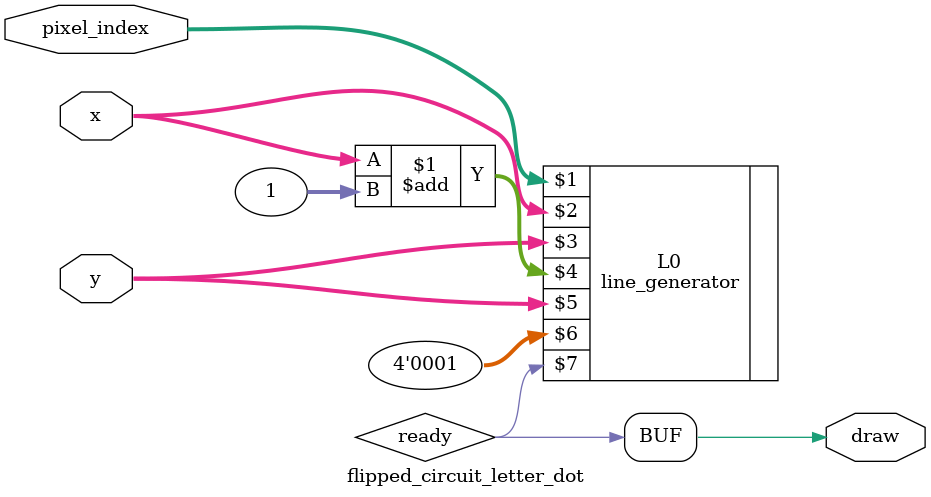
<source format=v>
`timescale 1ns / 1ps

module flipped_circuit_letter_dot(
    input [12:0] pixel_index, 
    input [6:0]  x,                     
    input [5:0]  y,  
    output draw
    );
    
    parameter [3:0] line_thickness = 1;
    wire ready;
    assign draw = ready;
    
    // Single point for dot (a small circle or a pixel)
    line_generator L0 (pixel_index, x, y, x + 1, y, line_thickness, ready);
    
endmodule
</source>
